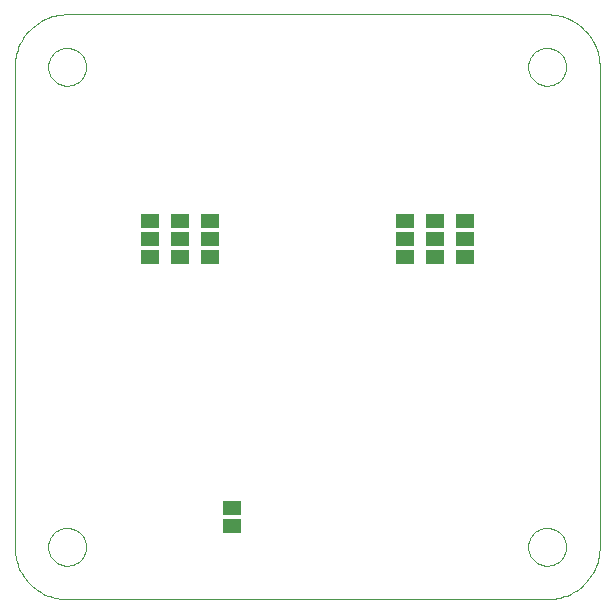
<source format=gbp>
G75*
G70*
%OFA0B0*%
%FSLAX24Y24*%
%IPPOS*%
%LPD*%
%AMOC8*
5,1,8,0,0,1.08239X$1,22.5*
%
%ADD10C,0.0000*%
%ADD11R,0.0630X0.0460*%
D10*
X000665Y002415D02*
X000665Y018415D01*
X001785Y018415D02*
X001787Y018465D01*
X001793Y018515D01*
X001803Y018564D01*
X001817Y018612D01*
X001834Y018659D01*
X001855Y018704D01*
X001880Y018748D01*
X001908Y018789D01*
X001940Y018828D01*
X001974Y018865D01*
X002011Y018899D01*
X002051Y018929D01*
X002093Y018956D01*
X002137Y018980D01*
X002183Y019001D01*
X002230Y019017D01*
X002278Y019030D01*
X002328Y019039D01*
X002377Y019044D01*
X002428Y019045D01*
X002478Y019042D01*
X002527Y019035D01*
X002576Y019024D01*
X002624Y019009D01*
X002670Y018991D01*
X002715Y018969D01*
X002758Y018943D01*
X002799Y018914D01*
X002838Y018882D01*
X002874Y018847D01*
X002906Y018809D01*
X002936Y018769D01*
X002963Y018726D01*
X002986Y018682D01*
X003005Y018636D01*
X003021Y018588D01*
X003033Y018539D01*
X003041Y018490D01*
X003045Y018440D01*
X003045Y018390D01*
X003041Y018340D01*
X003033Y018291D01*
X003021Y018242D01*
X003005Y018194D01*
X002986Y018148D01*
X002963Y018104D01*
X002936Y018061D01*
X002906Y018021D01*
X002874Y017983D01*
X002838Y017948D01*
X002799Y017916D01*
X002758Y017887D01*
X002715Y017861D01*
X002670Y017839D01*
X002624Y017821D01*
X002576Y017806D01*
X002527Y017795D01*
X002478Y017788D01*
X002428Y017785D01*
X002377Y017786D01*
X002328Y017791D01*
X002278Y017800D01*
X002230Y017813D01*
X002183Y017829D01*
X002137Y017850D01*
X002093Y017874D01*
X002051Y017901D01*
X002011Y017931D01*
X001974Y017965D01*
X001940Y018002D01*
X001908Y018041D01*
X001880Y018082D01*
X001855Y018126D01*
X001834Y018171D01*
X001817Y018218D01*
X001803Y018266D01*
X001793Y018315D01*
X001787Y018365D01*
X001785Y018415D01*
X000665Y018415D02*
X000667Y018498D01*
X000673Y018581D01*
X000683Y018664D01*
X000697Y018746D01*
X000714Y018828D01*
X000736Y018908D01*
X000761Y018987D01*
X000790Y019065D01*
X000823Y019142D01*
X000860Y019217D01*
X000899Y019290D01*
X000943Y019361D01*
X000989Y019430D01*
X001039Y019497D01*
X001092Y019561D01*
X001148Y019623D01*
X001207Y019682D01*
X001269Y019738D01*
X001333Y019791D01*
X001400Y019841D01*
X001469Y019887D01*
X001540Y019931D01*
X001613Y019970D01*
X001688Y020007D01*
X001765Y020040D01*
X001843Y020069D01*
X001922Y020094D01*
X002002Y020116D01*
X002084Y020133D01*
X002166Y020147D01*
X002249Y020157D01*
X002332Y020163D01*
X002415Y020165D01*
X018415Y020165D01*
X017785Y018415D02*
X017787Y018465D01*
X017793Y018515D01*
X017803Y018564D01*
X017817Y018612D01*
X017834Y018659D01*
X017855Y018704D01*
X017880Y018748D01*
X017908Y018789D01*
X017940Y018828D01*
X017974Y018865D01*
X018011Y018899D01*
X018051Y018929D01*
X018093Y018956D01*
X018137Y018980D01*
X018183Y019001D01*
X018230Y019017D01*
X018278Y019030D01*
X018328Y019039D01*
X018377Y019044D01*
X018428Y019045D01*
X018478Y019042D01*
X018527Y019035D01*
X018576Y019024D01*
X018624Y019009D01*
X018670Y018991D01*
X018715Y018969D01*
X018758Y018943D01*
X018799Y018914D01*
X018838Y018882D01*
X018874Y018847D01*
X018906Y018809D01*
X018936Y018769D01*
X018963Y018726D01*
X018986Y018682D01*
X019005Y018636D01*
X019021Y018588D01*
X019033Y018539D01*
X019041Y018490D01*
X019045Y018440D01*
X019045Y018390D01*
X019041Y018340D01*
X019033Y018291D01*
X019021Y018242D01*
X019005Y018194D01*
X018986Y018148D01*
X018963Y018104D01*
X018936Y018061D01*
X018906Y018021D01*
X018874Y017983D01*
X018838Y017948D01*
X018799Y017916D01*
X018758Y017887D01*
X018715Y017861D01*
X018670Y017839D01*
X018624Y017821D01*
X018576Y017806D01*
X018527Y017795D01*
X018478Y017788D01*
X018428Y017785D01*
X018377Y017786D01*
X018328Y017791D01*
X018278Y017800D01*
X018230Y017813D01*
X018183Y017829D01*
X018137Y017850D01*
X018093Y017874D01*
X018051Y017901D01*
X018011Y017931D01*
X017974Y017965D01*
X017940Y018002D01*
X017908Y018041D01*
X017880Y018082D01*
X017855Y018126D01*
X017834Y018171D01*
X017817Y018218D01*
X017803Y018266D01*
X017793Y018315D01*
X017787Y018365D01*
X017785Y018415D01*
X018415Y020165D02*
X018498Y020163D01*
X018581Y020157D01*
X018664Y020147D01*
X018746Y020133D01*
X018828Y020116D01*
X018908Y020094D01*
X018987Y020069D01*
X019065Y020040D01*
X019142Y020007D01*
X019217Y019970D01*
X019290Y019931D01*
X019361Y019887D01*
X019430Y019841D01*
X019497Y019791D01*
X019561Y019738D01*
X019623Y019682D01*
X019682Y019623D01*
X019738Y019561D01*
X019791Y019497D01*
X019841Y019430D01*
X019887Y019361D01*
X019931Y019290D01*
X019970Y019217D01*
X020007Y019142D01*
X020040Y019065D01*
X020069Y018987D01*
X020094Y018908D01*
X020116Y018828D01*
X020133Y018746D01*
X020147Y018664D01*
X020157Y018581D01*
X020163Y018498D01*
X020165Y018415D01*
X020165Y002415D01*
X017785Y002415D02*
X017787Y002465D01*
X017793Y002515D01*
X017803Y002564D01*
X017817Y002612D01*
X017834Y002659D01*
X017855Y002704D01*
X017880Y002748D01*
X017908Y002789D01*
X017940Y002828D01*
X017974Y002865D01*
X018011Y002899D01*
X018051Y002929D01*
X018093Y002956D01*
X018137Y002980D01*
X018183Y003001D01*
X018230Y003017D01*
X018278Y003030D01*
X018328Y003039D01*
X018377Y003044D01*
X018428Y003045D01*
X018478Y003042D01*
X018527Y003035D01*
X018576Y003024D01*
X018624Y003009D01*
X018670Y002991D01*
X018715Y002969D01*
X018758Y002943D01*
X018799Y002914D01*
X018838Y002882D01*
X018874Y002847D01*
X018906Y002809D01*
X018936Y002769D01*
X018963Y002726D01*
X018986Y002682D01*
X019005Y002636D01*
X019021Y002588D01*
X019033Y002539D01*
X019041Y002490D01*
X019045Y002440D01*
X019045Y002390D01*
X019041Y002340D01*
X019033Y002291D01*
X019021Y002242D01*
X019005Y002194D01*
X018986Y002148D01*
X018963Y002104D01*
X018936Y002061D01*
X018906Y002021D01*
X018874Y001983D01*
X018838Y001948D01*
X018799Y001916D01*
X018758Y001887D01*
X018715Y001861D01*
X018670Y001839D01*
X018624Y001821D01*
X018576Y001806D01*
X018527Y001795D01*
X018478Y001788D01*
X018428Y001785D01*
X018377Y001786D01*
X018328Y001791D01*
X018278Y001800D01*
X018230Y001813D01*
X018183Y001829D01*
X018137Y001850D01*
X018093Y001874D01*
X018051Y001901D01*
X018011Y001931D01*
X017974Y001965D01*
X017940Y002002D01*
X017908Y002041D01*
X017880Y002082D01*
X017855Y002126D01*
X017834Y002171D01*
X017817Y002218D01*
X017803Y002266D01*
X017793Y002315D01*
X017787Y002365D01*
X017785Y002415D01*
X018415Y000665D02*
X018498Y000667D01*
X018581Y000673D01*
X018664Y000683D01*
X018746Y000697D01*
X018828Y000714D01*
X018908Y000736D01*
X018987Y000761D01*
X019065Y000790D01*
X019142Y000823D01*
X019217Y000860D01*
X019290Y000899D01*
X019361Y000943D01*
X019430Y000989D01*
X019497Y001039D01*
X019561Y001092D01*
X019623Y001148D01*
X019682Y001207D01*
X019738Y001269D01*
X019791Y001333D01*
X019841Y001400D01*
X019887Y001469D01*
X019931Y001540D01*
X019970Y001613D01*
X020007Y001688D01*
X020040Y001765D01*
X020069Y001843D01*
X020094Y001922D01*
X020116Y002002D01*
X020133Y002084D01*
X020147Y002166D01*
X020157Y002249D01*
X020163Y002332D01*
X020165Y002415D01*
X018415Y000665D02*
X002415Y000665D01*
X001785Y002415D02*
X001787Y002465D01*
X001793Y002515D01*
X001803Y002564D01*
X001817Y002612D01*
X001834Y002659D01*
X001855Y002704D01*
X001880Y002748D01*
X001908Y002789D01*
X001940Y002828D01*
X001974Y002865D01*
X002011Y002899D01*
X002051Y002929D01*
X002093Y002956D01*
X002137Y002980D01*
X002183Y003001D01*
X002230Y003017D01*
X002278Y003030D01*
X002328Y003039D01*
X002377Y003044D01*
X002428Y003045D01*
X002478Y003042D01*
X002527Y003035D01*
X002576Y003024D01*
X002624Y003009D01*
X002670Y002991D01*
X002715Y002969D01*
X002758Y002943D01*
X002799Y002914D01*
X002838Y002882D01*
X002874Y002847D01*
X002906Y002809D01*
X002936Y002769D01*
X002963Y002726D01*
X002986Y002682D01*
X003005Y002636D01*
X003021Y002588D01*
X003033Y002539D01*
X003041Y002490D01*
X003045Y002440D01*
X003045Y002390D01*
X003041Y002340D01*
X003033Y002291D01*
X003021Y002242D01*
X003005Y002194D01*
X002986Y002148D01*
X002963Y002104D01*
X002936Y002061D01*
X002906Y002021D01*
X002874Y001983D01*
X002838Y001948D01*
X002799Y001916D01*
X002758Y001887D01*
X002715Y001861D01*
X002670Y001839D01*
X002624Y001821D01*
X002576Y001806D01*
X002527Y001795D01*
X002478Y001788D01*
X002428Y001785D01*
X002377Y001786D01*
X002328Y001791D01*
X002278Y001800D01*
X002230Y001813D01*
X002183Y001829D01*
X002137Y001850D01*
X002093Y001874D01*
X002051Y001901D01*
X002011Y001931D01*
X001974Y001965D01*
X001940Y002002D01*
X001908Y002041D01*
X001880Y002082D01*
X001855Y002126D01*
X001834Y002171D01*
X001817Y002218D01*
X001803Y002266D01*
X001793Y002315D01*
X001787Y002365D01*
X001785Y002415D01*
X000665Y002415D02*
X000667Y002332D01*
X000673Y002249D01*
X000683Y002166D01*
X000697Y002084D01*
X000714Y002002D01*
X000736Y001922D01*
X000761Y001843D01*
X000790Y001765D01*
X000823Y001688D01*
X000860Y001613D01*
X000899Y001540D01*
X000943Y001469D01*
X000989Y001400D01*
X001039Y001333D01*
X001092Y001269D01*
X001148Y001207D01*
X001207Y001148D01*
X001269Y001092D01*
X001333Y001039D01*
X001400Y000989D01*
X001469Y000943D01*
X001540Y000899D01*
X001613Y000860D01*
X001688Y000823D01*
X001765Y000790D01*
X001843Y000761D01*
X001922Y000736D01*
X002002Y000714D01*
X002084Y000697D01*
X002166Y000683D01*
X002249Y000673D01*
X002332Y000667D01*
X002415Y000665D01*
D11*
X007915Y003115D03*
X007915Y003715D03*
X007165Y012065D03*
X007165Y012665D03*
X007165Y013265D03*
X006165Y013265D03*
X006165Y012665D03*
X006165Y012065D03*
X005165Y012065D03*
X005165Y012665D03*
X005165Y013265D03*
X013665Y013265D03*
X013665Y012665D03*
X013665Y012065D03*
X014665Y012065D03*
X014665Y012665D03*
X014665Y013265D03*
X015665Y013265D03*
X015665Y012665D03*
X015665Y012065D03*
M02*

</source>
